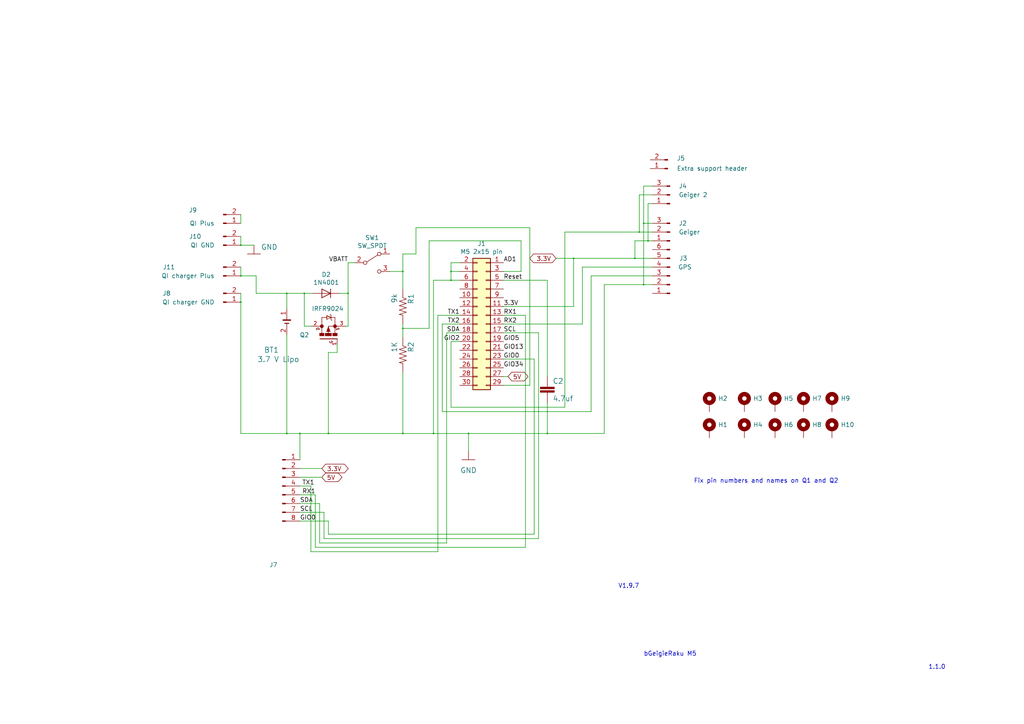
<source format=kicad_sch>
(kicad_sch (version 20210126) (generator eeschema)
  (paper "A4")
  (title_block (date "sam. 04 avril 2015"))
  (lib_symbols
    (symbol "Connector:Conn_01x02_Male" (pin_names hide)
      (property "Reference" "J" (at 0 2.54 0))
      (property "Value" "Conn_01x02_Male" (at 0 -5.08 0))
      (symbol "Conn_01x02_Male_1_1"
        (rectangle (start 0.8636 -2.413) (end 0 -2.667) (fill (type outline)))
        (rectangle (start 0.8636 0.127) (end 0 -0.127) (fill (type outline)))
        (polyline (pts (xy 1.27 -2.54) (xy 0.8636 -2.54)))
        (polyline (pts (xy 1.27 0) (xy 0.8636 0)))
        (pin passive line (at 5.08 0 180) (length 3.81) (name "Pin_1") (number "1"))
        (pin passive line (at 5.08 -2.54 180) (length 3.81) (name "Pin_2") (number "2"))
      )
    )
    (symbol "Connector:Conn_01x02_Male_1" (pin_names (offset 1.016) hide)
      (property "Reference" "J" (at 0 2.54 0))
      (property "Value" "Conn_01x02_Male" (at 0 -5.08 0))
      (symbol "Conn_01x02_Male_1_1_1"
        (rectangle (start 0.8636 -2.413) (end 0 -2.667) (stroke (width 0.1524)) (fill (type outline)))
        (rectangle (start 0.8636 0.127) (end 0 -0.127) (stroke (width 0.1524)) (fill (type outline)))
        (polyline (pts (xy 1.27 -2.54) (xy 0.8636 -2.54)) (stroke (width 0.1524)))
        (polyline (pts (xy 1.27 0) (xy 0.8636 0)) (stroke (width 0.1524)))
        (pin passive line (at 5.08 0 180) (length 3.81) (name "Pin_1") (number "1"))
        (pin passive line (at 5.08 -2.54 180) (length 3.81) (name "Pin_2") (number "2"))
      )
    )
    (symbol "Connector:Conn_01x03_Male" (pin_names hide)
      (property "Reference" "J" (at 0 5.08 0))
      (property "Value" "Conn_01x03_Male" (at 0 -5.08 0))
      (symbol "Conn_01x03_Male_1_1"
        (rectangle (start 0.8636 -2.413) (end 0 -2.667) (stroke (width 0.1524)) (fill (type outline)))
        (rectangle (start 0.8636 0.127) (end 0 -0.127) (stroke (width 0.1524)) (fill (type outline)))
        (rectangle (start 0.8636 2.667) (end 0 2.413) (stroke (width 0.1524)) (fill (type outline)))
        (polyline (pts (xy 1.27 -2.54) (xy 0.8636 -2.54)) (stroke (width 0.1524)))
        (polyline (pts (xy 1.27 0) (xy 0.8636 0)) (stroke (width 0.1524)))
        (polyline (pts (xy 1.27 2.54) (xy 0.8636 2.54)) (stroke (width 0.1524)))
        (pin passive line (at 5.08 2.54 180) (length 3.81) (name "Pin_1") (number "1"))
        (pin passive line (at 5.08 0 180) (length 3.81) (name "Pin_2") (number "2"))
        (pin passive line (at 5.08 -2.54 180) (length 3.81) (name "Pin_3") (number "3"))
      )
    )
    (symbol "Connector:Conn_01x06_Male" (pin_names (offset 1.016) hide)
      (property "Reference" "J" (at 0 7.62 0))
      (property "Value" "Conn_01x06_Male" (at 0 -10.16 0))
      (symbol "Conn_01x06_Male_1_1"
        (rectangle (start 0.8636 -7.493) (end 0 -7.747) (stroke (width 0.1524)) (fill (type outline)))
        (rectangle (start 0.8636 -4.953) (end 0 -5.207) (stroke (width 0.1524)) (fill (type outline)))
        (rectangle (start 0.8636 -2.413) (end 0 -2.667) (stroke (width 0.1524)) (fill (type outline)))
        (rectangle (start 0.8636 0.127) (end 0 -0.127) (stroke (width 0.1524)) (fill (type outline)))
        (rectangle (start 0.8636 2.667) (end 0 2.413) (stroke (width 0.1524)) (fill (type outline)))
        (rectangle (start 0.8636 5.207) (end 0 4.953) (stroke (width 0.1524)) (fill (type outline)))
        (polyline (pts (xy 1.27 -7.62) (xy 0.8636 -7.62)) (stroke (width 0.1524)))
        (polyline (pts (xy 1.27 -5.08) (xy 0.8636 -5.08)) (stroke (width 0.1524)))
        (polyline (pts (xy 1.27 -2.54) (xy 0.8636 -2.54)) (stroke (width 0.1524)))
        (polyline (pts (xy 1.27 0) (xy 0.8636 0)) (stroke (width 0.1524)))
        (polyline (pts (xy 1.27 2.54) (xy 0.8636 2.54)) (stroke (width 0.1524)))
        (polyline (pts (xy 1.27 5.08) (xy 0.8636 5.08)) (stroke (width 0.1524)))
        (pin passive line (at 5.08 5.08 180) (length 3.81) (name "Pin_1") (number "1"))
        (pin passive line (at 5.08 2.54 180) (length 3.81) (name "Pin_2") (number "2"))
        (pin passive line (at 5.08 0 180) (length 3.81) (name "Pin_3") (number "3"))
        (pin passive line (at 5.08 -2.54 180) (length 3.81) (name "Pin_4") (number "4"))
        (pin passive line (at 5.08 -5.08 180) (length 3.81) (name "Pin_5") (number "5"))
        (pin passive line (at 5.08 -7.62 180) (length 3.81) (name "Pin_6") (number "6"))
      )
    )
    (symbol "Connector:Conn_01x08_Male" (pin_names (offset 1.016) hide)
      (property "Reference" "J" (at 0 10.16 0))
      (property "Value" "Conn_01x08_Male" (at 0 -12.7 0))
      (symbol "Conn_01x08_Male_1_1"
        (rectangle (start 0.8636 -10.033) (end 0 -10.287) (stroke (width 0.1524)) (fill (type outline)))
        (rectangle (start 0.8636 -7.493) (end 0 -7.747) (stroke (width 0.1524)) (fill (type outline)))
        (rectangle (start 0.8636 -4.953) (end 0 -5.207) (stroke (width 0.1524)) (fill (type outline)))
        (rectangle (start 0.8636 -2.413) (end 0 -2.667) (stroke (width 0.1524)) (fill (type outline)))
        (rectangle (start 0.8636 0.127) (end 0 -0.127) (stroke (width 0.1524)) (fill (type outline)))
        (rectangle (start 0.8636 2.667) (end 0 2.413) (stroke (width 0.1524)) (fill (type outline)))
        (rectangle (start 0.8636 5.207) (end 0 4.953) (stroke (width 0.1524)) (fill (type outline)))
        (rectangle (start 0.8636 7.747) (end 0 7.493) (stroke (width 0.1524)) (fill (type outline)))
        (polyline (pts (xy 1.27 -10.16) (xy 0.8636 -10.16)) (stroke (width 0.1524)))
        (polyline (pts (xy 1.27 -7.62) (xy 0.8636 -7.62)) (stroke (width 0.1524)))
        (polyline (pts (xy 1.27 -5.08) (xy 0.8636 -5.08)) (stroke (width 0.1524)))
        (polyline (pts (xy 1.27 -2.54) (xy 0.8636 -2.54)) (stroke (width 0.1524)))
        (polyline (pts (xy 1.27 0) (xy 0.8636 0)) (stroke (width 0.1524)))
        (polyline (pts (xy 1.27 2.54) (xy 0.8636 2.54)) (stroke (width 0.1524)))
        (polyline (pts (xy 1.27 5.08) (xy 0.8636 5.08)) (stroke (width 0.1524)))
        (polyline (pts (xy 1.27 7.62) (xy 0.8636 7.62)) (stroke (width 0.1524)))
        (pin passive line (at 5.08 7.62 180) (length 3.81) (name "Pin_1") (number "1"))
        (pin passive line (at 5.08 5.08 180) (length 3.81) (name "Pin_2") (number "2"))
        (pin passive line (at 5.08 2.54 180) (length 3.81) (name "Pin_3") (number "3"))
        (pin passive line (at 5.08 0 180) (length 3.81) (name "Pin_4") (number "4"))
        (pin passive line (at 5.08 -2.54 180) (length 3.81) (name "Pin_5") (number "5"))
        (pin passive line (at 5.08 -5.08 180) (length 3.81) (name "Pin_6") (number "6"))
        (pin passive line (at 5.08 -7.62 180) (length 3.81) (name "Pin_7") (number "7"))
        (pin passive line (at 5.08 -10.16 180) (length 3.81) (name "Pin_8") (number "8"))
      )
    )
    (symbol "Connector_Generic:Conn_02x15_Odd_Even" (pin_names hide)
      (property "Reference" "J" (at 1.27 20.32 0))
      (property "Value" "Conn_02x15_Odd_Even" (at 1.27 -20.32 0))
      (symbol "Conn_02x15_Odd_Even_1_1"
        (rectangle (start -1.27 -17.653) (end 0 -17.907))
        (rectangle (start -1.27 -15.113) (end 0 -15.367))
        (rectangle (start -1.27 -12.573) (end 0 -12.827))
        (rectangle (start -1.27 -10.033) (end 0 -10.287))
        (rectangle (start -1.27 -7.493) (end 0 -7.747))
        (rectangle (start -1.27 -4.953) (end 0 -5.207))
        (rectangle (start -1.27 -2.413) (end 0 -2.667))
        (rectangle (start -1.27 0.127) (end 0 -0.127))
        (rectangle (start -1.27 2.667) (end 0 2.413))
        (rectangle (start -1.27 5.207) (end 0 4.953))
        (rectangle (start -1.27 7.747) (end 0 7.493))
        (rectangle (start -1.27 10.287) (end 0 10.033))
        (rectangle (start -1.27 12.827) (end 0 12.573))
        (rectangle (start -1.27 15.367) (end 0 15.113))
        (rectangle (start -1.27 17.907) (end 0 17.653))
        (rectangle (start 3.81 -17.653) (end 2.54 -17.907))
        (rectangle (start 3.81 -15.113) (end 2.54 -15.367))
        (rectangle (start 3.81 -12.573) (end 2.54 -12.827))
        (rectangle (start 3.81 -10.033) (end 2.54 -10.287))
        (rectangle (start 3.81 -7.493) (end 2.54 -7.747))
        (rectangle (start 3.81 -4.953) (end 2.54 -5.207))
        (rectangle (start 3.81 -2.413) (end 2.54 -2.667))
        (rectangle (start 3.81 0.127) (end 2.54 -0.127))
        (rectangle (start 3.81 2.667) (end 2.54 2.413))
        (rectangle (start 3.81 5.207) (end 2.54 4.953))
        (rectangle (start 3.81 7.747) (end 2.54 7.493))
        (rectangle (start 3.81 10.287) (end 2.54 10.033))
        (rectangle (start 3.81 12.827) (end 2.54 12.573))
        (rectangle (start 3.81 15.367) (end 2.54 15.113))
        (rectangle (start 3.81 17.907) (end 2.54 17.653))
        (rectangle (start -1.27 19.05) (end 3.81 -19.05) (stroke (width 0.254)) (fill (type background)))
        (pin passive line (at -5.08 17.78 0) (length 3.81) (name "Pin_1") (number "1"))
        (pin passive line (at 7.62 7.62 180) (length 3.81) (name "Pin_10") (number "10"))
        (pin passive line (at -5.08 5.08 0) (length 3.81) (name "Pin_11") (number "11"))
        (pin passive line (at 7.62 5.08 180) (length 3.81) (name "Pin_12") (number "12"))
        (pin passive line (at -5.08 2.54 0) (length 3.81) (name "Pin_13") (number "13"))
        (pin passive line (at 7.62 2.54 180) (length 3.81) (name "Pin_14") (number "14"))
        (pin passive line (at -5.08 0 0) (length 3.81) (name "Pin_15") (number "15"))
        (pin passive line (at 7.62 0 180) (length 3.81) (name "Pin_16") (number "16"))
        (pin passive line (at -5.08 -2.54 0) (length 3.81) (name "Pin_17") (number "17"))
        (pin passive line (at 7.62 -2.54 180) (length 3.81) (name "Pin_18") (number "18"))
        (pin passive line (at -5.08 -5.08 0) (length 3.81) (name "Pin_19") (number "19"))
        (pin passive line (at 7.62 17.78 180) (length 3.81) (name "Pin_2") (number "2"))
        (pin passive line (at 7.62 -5.08 180) (length 3.81) (name "Pin_20") (number "20"))
        (pin passive line (at -5.08 -7.62 0) (length 3.81) (name "Pin_21") (number "21"))
        (pin passive line (at 7.62 -7.62 180) (length 3.81) (name "Pin_22") (number "22"))
        (pin passive line (at -5.08 -10.16 0) (length 3.81) (name "Pin_23") (number "23"))
        (pin passive line (at 7.62 -10.16 180) (length 3.81) (name "Pin_24") (number "24"))
        (pin passive line (at -5.08 -12.7 0) (length 3.81) (name "Pin_25") (number "25"))
        (pin passive line (at 7.62 -12.7 180) (length 3.81) (name "Pin_26") (number "26"))
        (pin passive line (at -5.08 -15.24 0) (length 3.81) (name "Pin_27") (number "27"))
        (pin passive line (at 7.62 -15.24 180) (length 3.81) (name "Pin_28") (number "28"))
        (pin passive line (at -5.08 -17.78 0) (length 3.81) (name "Pin_29") (number "29"))
        (pin passive line (at -5.08 15.24 0) (length 3.81) (name "Pin_3") (number "3"))
        (pin passive line (at 7.62 -17.78 180) (length 3.81) (name "Pin_30") (number "30"))
        (pin passive line (at 7.62 15.24 180) (length 3.81) (name "Pin_4") (number "4"))
        (pin passive line (at -5.08 12.7 0) (length 3.81) (name "Pin_5") (number "5"))
        (pin passive line (at 7.62 12.7 180) (length 3.81) (name "Pin_6") (number "6"))
        (pin passive line (at -5.08 10.16 0) (length 3.81) (name "Pin_7") (number "7"))
        (pin passive line (at 7.62 10.16 180) (length 3.81) (name "Pin_8") (number "8"))
        (pin passive line (at -5.08 7.62 0) (length 3.81) (name "Pin_9") (number "9"))
      )
    )
    (symbol "Diode:1N4001" (pin_numbers hide) (pin_names (offset 1.016) hide)
      (property "Reference" "D" (at 0 2.54 0))
      (property "Value" "1N4001" (at 0 -2.54 0))
      (symbol "1N4001_0_1"
        (polyline (pts (xy -1.27 1.27) (xy -1.27 -1.27)) (stroke (width 0.2032)))
        (polyline (pts (xy 1.27 0) (xy -1.27 0)))
        (polyline (pts (xy 1.27 1.27) (xy 1.27 -1.27) (xy -1.27 0) (xy 1.27 1.27)) (stroke (width 0.2032)))
      )
      (symbol "1N4001_1_1"
        (pin passive line (at -3.81 0 0) (length 2.54) (name "K") (number "1"))
        (pin passive line (at 3.81 0 180) (length 2.54) (name "A") (number "2"))
      )
    )
    (symbol "IRFR9024:IRFR9024" (pin_names (offset 1.016))
      (property "Reference" "Q2" (at 0 6.9534 90))
      (property "Value" "IRFR9024" (at 10.795 -0.4253 90))
      (symbol "IRFR9024_0_0"
        (circle (center 2.54 -1.905) (radius 0.127) (stroke (width 0.4064)))
        (circle (center 2.54 1.905) (radius 0.127) (stroke (width 0.4064)))
        (text "D" (at 1.27 2.54 0) (effects (font (size 0.8128 0.8128)) (justify left bottom)))
        (text "G" (at -2.54 -1.27 0) (effects (font (size 0.8128 0.8128)) (justify left bottom)))
        (text "S" (at 1.27 -3.175 0) (effects (font (size 0.8128 0.8128)) (justify left bottom)))
        (rectangle (start -0.254 -2.54) (end 0.508 -1.27) (fill (type outline)))
        (rectangle (start -0.254 -0.889) (end 0.508 0.889) (fill (type outline)))
        (rectangle (start -0.254 1.27) (end 0.508 2.54) (fill (type outline)))
        (polyline (pts (xy -1.1176 -2.54) (xy -2.54 -2.54)) (stroke (width 0.1524)))
        (polyline (pts (xy -1.1176 2.413) (xy -1.1176 -2.54)) (stroke (width 0.254)))
        (polyline (pts (xy 0.508 -1.905) (xy 2.54 -1.905)) (stroke (width 0.1524)))
        (polyline (pts (xy 1.016 -0.508) (xy 2.286 0)) (stroke (width 0.1524)))
        (polyline (pts (xy 1.016 0.508) (xy 1.016 -0.508)) (stroke (width 0.1524)))
        (polyline (pts (xy 1.143 -0.254) (xy 2.032 0)) (stroke (width 0.3048)))
        (polyline (pts (xy 1.143 0) (xy 0.254 0)) (stroke (width 0.1524)))
        (polyline (pts (xy 1.143 0) (xy 1.397 0)) (stroke (width 0.3048)))
        (polyline (pts (xy 1.143 0.254) (xy 1.143 0)) (stroke (width 0.3048)))
        (polyline (pts (xy 2.032 0) (xy 1.143 0.254)) (stroke (width 0.3048)))
        (polyline (pts (xy 2.2352 0) (xy 2.54 0)) (stroke (width 0.1524)))
        (polyline (pts (xy 2.286 0) (xy 1.016 0.508)) (stroke (width 0.1524)))
        (polyline (pts (xy 2.54 -1.905) (xy 2.54 -2.54)) (stroke (width 0.1524)))
        (polyline (pts (xy 2.54 0) (xy 2.54 -1.905)) (stroke (width 0.1524)))
        (polyline (pts (xy 2.54 1.905) (xy 0.5334 1.905)) (stroke (width 0.1524)))
        (polyline (pts (xy 2.54 1.905) (xy 5.08 1.905)) (stroke (width 0.1524)))
        (polyline (pts (xy 2.54 2.54) (xy 2.54 1.905)) (stroke (width 0.1524)))
        (polyline (pts (xy 4.445 -0.762) (xy 4.191 -1.016)) (stroke (width 0.1524)))
        (polyline (pts (xy 4.5212 0.4826) (xy 5.08 -0.762)) (stroke (width 0.1524)))
        (polyline (pts (xy 5.08 -1.905) (xy 2.54 -1.905)) (stroke (width 0.1524)))
        (polyline (pts (xy 5.08 -1.905) (xy 5.08 -0.762)) (stroke (width 0.1524)))
        (polyline (pts (xy 5.08 -0.762) (xy 4.445 -0.762)) (stroke (width 0.1524)))
        (polyline (pts (xy 5.08 -0.762) (xy 5.6388 0.4826)) (stroke (width 0.1524)))
        (polyline (pts (xy 5.08 0.4826) (xy 4.5212 0.4826)) (stroke (width 0.1524)))
        (polyline (pts (xy 5.08 0.4826) (xy 5.08 1.905)) (stroke (width 0.1524)))
        (polyline (pts (xy 5.6388 0.4826) (xy 5.08 0.4826)) (stroke (width 0.1524)))
        (polyline (pts (xy 5.715 -0.762) (xy 5.08 -0.762)) (stroke (width 0.1524)))
        (polyline (pts (xy 5.715 -0.762) (xy 5.969 -0.508)) (stroke (width 0.1524)))
        (polyline (pts (xy 5.08 -0.635) (xy 5.5626 0.4064) (xy 4.5974 0.4064)) (stroke (width 0.1524)) (fill (type background)))
        (pin passive line (at -2.54 -2.54 0) (length 0) (name "~") (number "1"))
        (pin passive line (at 2.54 5.08 270) (length 2.54) (name "~") (number "2"))
        (pin passive line (at 2.54 -5.08 90) (length 2.54) (name "~") (number "3"))
      )
    )
    (symbol "Mechanical:MountingHole_Pad" (pin_numbers hide) (pin_names hide)
      (property "Reference" "H" (at 0 6.35 0))
      (property "Value" "MountingHole_Pad" (at 0 4.445 0))
      (symbol "MountingHole_Pad_0_1"
        (circle (center 0 1.27) (radius 1.27) (stroke (width 1.27)))
      )
      (symbol "MountingHole_Pad_1_1"
        (pin input line (at 0 -2.54 90) (length 2.54) (name "1") (number "1"))
      )
    )
    (symbol "Switch:SW_SPDT" (pin_names (offset 0) hide)
      (property "Reference" "SW" (at 0 4.318 0))
      (property "Value" "SW_SPDT" (at 0 -5.08 0))
      (symbol "SW_SPDT_0_0"
        (circle (center -2.032 0) (radius 0.508))
        (circle (center 2.032 -2.54) (radius 0.508))
      )
      (symbol "SW_SPDT_0_1"
        (circle (center 2.032 2.54) (radius 0.508))
        (polyline (pts (xy -1.524 0.254) (xy 1.651 2.286)))
      )
      (symbol "SW_SPDT_1_1"
        (pin passive line (at 5.08 2.54 180) (length 2.54) (name "A") (number "1"))
        (pin passive line (at -5.08 0 0) (length 2.54) (name "B") (number "2"))
        (pin passive line (at 5.08 -2.54 180) (length 2.54) (name "C") (number "3"))
      )
    )
    (symbol "bGeigieRaku-V2-rescue:BATTERY-akizuki-M5_board-rescue" (pin_names hide)
      (property "Reference" "BT" (at 0 -7.62 0))
      (property "Value" "BATTERY-akizuki-M5_board-rescue" (at 0 6.35 0))
      (symbol "BATTERY-akizuki-M5_board-rescue_0_1"
        (rectangle (start -0.635 -0.381) (end 0.635 -0.508))
        (rectangle (start -1.143 0.635) (end 1.143 0.381) (fill (type outline)))
        (polyline (pts (xy 0 -0.508) (xy 0 -1.27)))
        (polyline (pts (xy 0 1.27) (xy 0 0.635)))
      )
      (symbol "BATTERY-akizuki-M5_board-rescue_1_1"
        (pin input line (at 0 3.81 270) (length 2.54) (name "+") (number "1"))
        (pin input line (at 0 -3.81 90) (length 2.54) (name "-") (number "2"))
      )
    )
    (symbol "bGeigieRaku-V2-rescue:GND-bGeigieNano_V1.1.5" (power)
      (property "Value" "GND-bGeigieNano_V1.1.5" (at 0 -0.254 0))
      (symbol "GND-bGeigieNano_V1.1.5_1_0"
        (polyline (pts (xy -1.905 0) (xy 1.905 0)))
        (pin power_in line (at 0 2.54 270) (length 2.54) (name "GND") (number "1"))
      )
    )
    (symbol "bGeigieRaku-V2-rescue:bGeigieNano_V1.1.5-eagle-import_C-EU025-024X044-bGeigieNano_V1.1.5-cache"
      (property "Reference" "C" (at 1.524 0.381 0))
      (property "Value" "bGeigieNano_V1.1.5-eagle-import_C-EU025-024X044-bGeigieNano_V1.1.5-cache" (at 1.524 -4.699 0))
      (symbol "bGeigieNano_V1.1.5-eagle-import_C-EU025-024X044-bGeigieNano_V1.1.5-cache_1_0"
        (rectangle (start -2.032 -2.032) (end 2.032 -1.524) (fill (type outline)))
        (rectangle (start -2.032 -1.016) (end 2.032 -0.508) (fill (type outline)))
        (polyline (pts (xy 0 -2.54) (xy 0 -2.032)))
        (polyline (pts (xy 0 0) (xy 0 -0.508)))
        (pin passive line (at 0 2.54 270) (length 2.54) (name "1") (number "1"))
        (pin passive line (at 0 -5.08 90) (length 2.54) (name "2") (number "2"))
      )
    )
    (symbol "bGeigieRaku-V2-rescue:bGeigieNano_V1.1.5-eagle-import_R-US_0207_10-bGeigieNano_V1.1.5-cache"
      (property "Reference" "R" (at -3.81 1.4986 0))
      (property "Value" "bGeigieNano_V1.1.5-eagle-import_R-US_0207_10-bGeigieNano_V1.1.5-cache" (at -3.81 -3.302 0))
      (symbol "bGeigieNano_V1.1.5-eagle-import_R-US_0207_10-bGeigieNano_V1.1.5-cache_1_0"
        (polyline (pts (xy -2.54 0) (xy -2.159 1.016)))
        (polyline (pts (xy -2.159 1.016) (xy -1.524 -1.016)))
        (polyline (pts (xy -1.524 -1.016) (xy -0.889 1.016)))
        (polyline (pts (xy -0.889 1.016) (xy -0.254 -1.016)))
        (polyline (pts (xy -0.254 -1.016) (xy 0.381 1.016)))
        (polyline (pts (xy 0.381 1.016) (xy 1.016 -1.016)))
        (polyline (pts (xy 1.016 -1.016) (xy 1.651 1.016)))
        (polyline (pts (xy 1.651 1.016) (xy 2.286 -1.016)))
        (polyline (pts (xy 2.286 -1.016) (xy 2.54 0)))
        (pin passive line (at -5.08 0 0) (length 2.54) (name "1") (number "1"))
        (pin passive line (at 5.08 0 180) (length 2.54) (name "2") (number "2"))
      )
    )
  )
  (junction (at 69.85 71.12) (diameter 0.3048))
  (junction (at 69.85 80.01) (diameter 0.3048))
  (junction (at 69.85 87.63) (diameter 0.3048))
  (junction (at 83.185 85.09) (diameter 0.3048))
  (junction (at 83.185 125.73) (diameter 0.3048))
  (junction (at 86.995 125.73) (diameter 0.3048))
  (junction (at 88.265 85.09) (diameter 0.3048))
  (junction (at 95.25 125.73) (diameter 0.3048))
  (junction (at 100.965 85.09) (diameter 0.3048))
  (junction (at 116.84 78.74) (diameter 0.3048))
  (junction (at 116.84 95.25) (diameter 0.3048))
  (junction (at 116.84 125.73) (diameter 0.3048))
  (junction (at 125.73 125.73) (diameter 0.3048))
  (junction (at 130.81 78.74) (diameter 0.3048))
  (junction (at 130.81 81.28) (diameter 0.3048))
  (junction (at 135.89 125.73) (diameter 0.3048))
  (junction (at 158.75 125.73) (diameter 0.3048))
  (junction (at 166.37 74.93) (diameter 0.3048))
  (junction (at 184.15 74.93) (diameter 0.3048))
  (junction (at 185.42 67.31) (diameter 0.3048))
  (junction (at 186.69 64.77) (diameter 0.3048))
  (junction (at 186.69 82.55) (diameter 0.3048))
  (junction (at 187.96 69.85) (diameter 0.3048))
  (wire (pts (xy 69.85 62.23) (xy 69.85 64.77)))
  (wire (pts (xy 69.85 68.58) (xy 69.85 71.12)))
  (wire (pts (xy 69.85 71.12) (xy 73.66 71.12)))
  (wire (pts (xy 69.85 77.47) (xy 69.85 80.01)))
  (wire (pts (xy 69.85 80.01) (xy 74.295 80.01)))
  (wire (pts (xy 69.85 85.09) (xy 69.85 87.63)))
  (wire (pts (xy 69.85 87.63) (xy 69.85 125.73)))
  (wire (pts (xy 69.85 125.73) (xy 83.185 125.73)))
  (wire (pts (xy 74.295 80.01) (xy 74.295 85.09)))
  (wire (pts (xy 74.295 85.09) (xy 83.185 85.09)))
  (wire (pts (xy 83.185 85.09) (xy 88.265 85.09)))
  (wire (pts (xy 83.185 89.535) (xy 83.185 85.09)))
  (wire (pts (xy 83.185 125.73) (xy 83.185 97.155)))
  (wire (pts (xy 86.995 125.73) (xy 83.185 125.73)))
  (wire (pts (xy 86.995 133.35) (xy 86.995 125.73)))
  (wire (pts (xy 86.995 135.89) (xy 93.345 135.89)))
  (wire (pts (xy 86.995 138.43) (xy 93.345 138.43)))
  (wire (pts (xy 88.265 85.09) (xy 88.265 94.615)))
  (wire (pts (xy 88.265 85.09) (xy 90.805 85.09)))
  (wire (pts (xy 90.17 94.615) (xy 88.265 94.615)))
  (wire (pts (xy 90.17 140.97) (xy 86.995 140.97)))
  (wire (pts (xy 90.17 160.02) (xy 90.17 140.97)))
  (wire (pts (xy 90.17 160.02) (xy 127 160.02)))
  (wire (pts (xy 91.44 143.51) (xy 86.995 143.51)))
  (wire (pts (xy 91.44 158.75) (xy 91.44 143.51)))
  (wire (pts (xy 92.71 146.05) (xy 86.995 146.05)))
  (wire (pts (xy 92.71 157.48) (xy 92.71 146.05)))
  (wire (pts (xy 93.98 148.59) (xy 86.995 148.59)))
  (wire (pts (xy 93.98 156.21) (xy 93.98 148.59)))
  (wire (pts (xy 95.25 102.235) (xy 95.25 125.73)))
  (wire (pts (xy 95.25 102.235) (xy 97.79 102.235)))
  (wire (pts (xy 95.25 125.73) (xy 86.995 125.73)))
  (wire (pts (xy 95.25 125.73) (xy 116.84 125.73)))
  (wire (pts (xy 95.25 151.13) (xy 86.995 151.13)))
  (wire (pts (xy 95.25 154.94) (xy 95.25 151.13)))
  (wire (pts (xy 97.79 102.235) (xy 97.79 99.695)))
  (wire (pts (xy 98.425 85.09) (xy 100.965 85.09)))
  (wire (pts (xy 100.33 94.615) (xy 100.965 94.615)))
  (wire (pts (xy 100.965 76.2) (xy 100.965 85.09)))
  (wire (pts (xy 100.965 76.2) (xy 102.87 76.2)))
  (wire (pts (xy 100.965 85.09) (xy 100.965 94.615)))
  (wire (pts (xy 113.03 78.74) (xy 116.84 78.74)))
  (wire (pts (xy 116.84 73.66) (xy 116.84 78.74)))
  (wire (pts (xy 116.84 73.66) (xy 120.65 73.66)))
  (wire (pts (xy 116.84 78.74) (xy 116.84 83.82)))
  (wire (pts (xy 116.84 93.98) (xy 116.84 95.25)))
  (wire (pts (xy 116.84 95.25) (xy 116.84 97.79)))
  (wire (pts (xy 116.84 95.25) (xy 124.46 95.25)))
  (wire (pts (xy 116.84 107.95) (xy 116.84 125.73)))
  (wire (pts (xy 116.84 125.73) (xy 125.73 125.73)))
  (wire (pts (xy 120.65 66.04) (xy 153.67 66.04)))
  (wire (pts (xy 120.65 73.66) (xy 120.65 66.04)))
  (wire (pts (xy 124.46 69.85) (xy 124.46 95.25)))
  (wire (pts (xy 124.46 69.85) (xy 151.13 69.85)))
  (wire (pts (xy 125.73 81.28) (xy 130.81 81.28)))
  (wire (pts (xy 125.73 125.73) (xy 125.73 81.28)))
  (wire (pts (xy 125.73 125.73) (xy 135.89 125.73)))
  (wire (pts (xy 127 91.44) (xy 127 160.02)))
  (wire (pts (xy 127 91.44) (xy 133.35 91.44)))
  (wire (pts (xy 128.27 93.98) (xy 133.35 93.98)))
  (wire (pts (xy 128.27 119.38) (xy 128.27 93.98)))
  (wire (pts (xy 129.54 96.52) (xy 129.54 157.48)))
  (wire (pts (xy 129.54 157.48) (xy 92.71 157.48)))
  (wire (pts (xy 130.81 76.2) (xy 133.35 76.2)))
  (wire (pts (xy 130.81 78.74) (xy 130.81 76.2)))
  (wire (pts (xy 130.81 78.74) (xy 133.35 78.74)))
  (wire (pts (xy 130.81 81.28) (xy 130.81 78.74)))
  (wire (pts (xy 130.81 81.28) (xy 133.35 81.28)))
  (wire (pts (xy 130.81 99.06) (xy 133.35 99.06)))
  (wire (pts (xy 130.81 118.11) (xy 130.81 99.06)))
  (wire (pts (xy 130.81 118.11) (xy 163.83 118.11)))
  (wire (pts (xy 133.35 96.52) (xy 129.54 96.52)))
  (wire (pts (xy 135.89 125.73) (xy 135.89 130.81)))
  (wire (pts (xy 146.05 78.74) (xy 151.13 78.74)))
  (wire (pts (xy 146.05 81.28) (xy 158.75 81.28)))
  (wire (pts (xy 146.05 88.9) (xy 166.37 88.9)))
  (wire (pts (xy 146.05 91.44) (xy 152.4 91.44)))
  (wire (pts (xy 146.05 96.52) (xy 156.21 96.52)))
  (wire (pts (xy 146.05 104.14) (xy 154.94 104.14)))
  (wire (pts (xy 146.05 109.22) (xy 147.32 109.22)))
  (wire (pts (xy 151.13 69.85) (xy 151.13 78.74)))
  (wire (pts (xy 152.4 91.44) (xy 152.4 158.75)))
  (wire (pts (xy 152.4 158.75) (xy 91.44 158.75)))
  (wire (pts (xy 153.67 66.04) (xy 153.67 111.76)))
  (wire (pts (xy 153.67 111.76) (xy 146.05 111.76)))
  (wire (pts (xy 154.94 104.14) (xy 154.94 154.94)))
  (wire (pts (xy 154.94 154.94) (xy 95.25 154.94)))
  (wire (pts (xy 156.21 96.52) (xy 156.21 156.21)))
  (wire (pts (xy 156.21 156.21) (xy 93.98 156.21)))
  (wire (pts (xy 158.75 81.28) (xy 158.75 109.22)))
  (wire (pts (xy 158.75 116.84) (xy 158.75 125.73)))
  (wire (pts (xy 158.75 125.73) (xy 135.89 125.73)))
  (wire (pts (xy 161.29 74.93) (xy 166.37 74.93)))
  (wire (pts (xy 163.83 67.31) (xy 163.83 118.11)))
  (wire (pts (xy 163.83 67.31) (xy 185.42 67.31)))
  (wire (pts (xy 166.37 74.93) (xy 184.15 74.93)))
  (wire (pts (xy 166.37 88.9) (xy 166.37 74.93)))
  (wire (pts (xy 168.91 77.47) (xy 168.91 93.98)))
  (wire (pts (xy 168.91 93.98) (xy 146.05 93.98)))
  (wire (pts (xy 171.45 80.01) (xy 171.45 119.38)))
  (wire (pts (xy 171.45 119.38) (xy 128.27 119.38)))
  (wire (pts (xy 175.26 82.55) (xy 175.26 125.73)))
  (wire (pts (xy 175.26 125.73) (xy 158.75 125.73)))
  (wire (pts (xy 184.15 69.85) (xy 187.96 69.85)))
  (wire (pts (xy 184.15 74.93) (xy 184.15 69.85)))
  (wire (pts (xy 184.15 74.93) (xy 189.23 74.93)))
  (wire (pts (xy 185.42 56.515) (xy 185.42 67.31)))
  (wire (pts (xy 186.69 53.975) (xy 189.23 53.975)))
  (wire (pts (xy 186.69 64.77) (xy 186.69 53.975)))
  (wire (pts (xy 186.69 64.77) (xy 189.23 64.77)))
  (wire (pts (xy 186.69 82.55) (xy 175.26 82.55)))
  (wire (pts (xy 186.69 82.55) (xy 186.69 64.77)))
  (wire (pts (xy 187.96 59.055) (xy 189.23 59.055)))
  (wire (pts (xy 187.96 69.85) (xy 187.96 59.055)))
  (wire (pts (xy 187.96 69.85) (xy 189.23 69.85)))
  (wire (pts (xy 189.23 56.515) (xy 185.42 56.515)))
  (wire (pts (xy 189.23 67.31) (xy 185.42 67.31)))
  (wire (pts (xy 189.23 77.47) (xy 168.91 77.47)))
  (wire (pts (xy 189.23 80.01) (xy 171.45 80.01)))
  (wire (pts (xy 189.23 82.55) (xy 186.69 82.55)))
  (text "\n" (at 179.07 175.26 0) (effects (font (size 1.27 1.27)) (justify left bottom)))
  (text "V1.9.7" (at 185.42 170.815 180) (effects (font (size 1.27 1.27)) (justify right bottom)))
  (text "bGeigieRaku M5" (at 186.69 190.5 0) (effects (font (size 1.27 1.27)) (justify left bottom)))
  (text "Fix pin numbers and names on Q1 and Q2" (at 243.205 140.335 180) (effects (font (size 1.27 1.27)) (justify right bottom)))
  (text "1.1.0" (at 269.24 194.31 0) (effects (font (size 1.27 1.27)) (justify left bottom)))
  (label "SDA" (at 86.995 146.05 0))
  (label "SCL" (at 86.995 148.59 0))
  (label "GIO0" (at 86.995 151.13 0))
  (label "TX1" (at 87.63 140.97 0))
  (label "RX1" (at 87.63 143.51 0))
  (label "VBATT" (at 100.965 76.2 180))
  (label "TX1" (at 133.35 91.44 180))
  (label "TX2" (at 133.35 93.98 180))
  (label "SDA" (at 133.35 96.52 180))
  (label "GIO2" (at 133.35 99.06 180))
  (label "AD1" (at 146.05 76.2 0))
  (label "Reset" (at 146.05 81.28 0))
  (label "3.3V" (at 146.05 88.9 0))
  (label "RX1" (at 146.05 91.44 0))
  (label "RX2" (at 146.05 93.98 0))
  (label "SCL" (at 146.05 96.52 0))
  (label "GIO5" (at 146.05 99.06 0))
  (label "GIO13" (at 146.05 101.6 0))
  (label "GIO0" (at 146.05 104.14 0))
  (label "GIO34" (at 146.05 106.68 0))
  (global_label "3.3V" (shape bidirectional) (at 93.345 135.89 0) (property "Intersheet References" "${INTERSHEET_REFS}" (effects hide)))
  (global_label "5V" (shape bidirectional) (at 93.345 138.43 0) (property "Intersheet References" "${INTERSHEET_REFS}" (effects hide)))
  (global_label "5V" (shape bidirectional) (at 147.32 109.22 0) (property "Intersheet References" "${INTERSHEET_REFS}" (effects hide)))
  (global_label "3.3V" (shape bidirectional) (at 161.29 74.93 180) (property "Intersheet References" "${INTERSHEET_REFS}" (effects hide)))
  (symbol (lib_id "bGeigieRaku-V2-rescue:GND-bGeigieNano_V1.1.5") (at 73.66 73.66 0) (unit 1)
    (property "Reference" "#GND0101" (effects hide))
    (property "Value" "GND" (at 78.105 71.6534 0) (effects (font (size 1.4986 1.4986))))
  )
  (symbol (lib_id "bGeigieRaku-V2-rescue:GND-bGeigieNano_V1.1.5") (at 135.89 133.35 0) (unit 1)
    (property "Reference" "#GND01" (effects hide))
    (property "Value" "GND" (at 135.89 136.4234 0) (effects (font (size 1.4986 1.4986))))
  )
  (symbol (lib_id "Connector:Conn_01x02_Male") (at 64.77 64.77 0) (mirror x) (unit 1)
    (property "Reference" "J9" (at 57.15 60.96 0) (effects (justify right)))
    (property "Value" "QI Plus" (at 62.23 64.77 0) (effects (justify right)))
    (property "Footprint" "Connector_PinHeader_2.54mm:PinHeader_1x02_P2.54mm_Vertical" (effects hide))
  )
  (symbol (lib_id "Connector:Conn_01x02_Male") (at 64.77 71.12 0) (mirror x) (unit 1)
    (property "Reference" "J10" (at 58.42 68.58 0) (effects (justify right)))
    (property "Value" "QI GND" (at 62.23 71.12 0) (effects (justify right)))
    (property "Footprint" "Connector_PinHeader_2.54mm:PinHeader_1x02_P2.54mm_Vertical" (effects hide))
  )
  (symbol (lib_id "Connector:Conn_01x02_Male") (at 64.77 80.01 0) (mirror x) (unit 1)
    (property "Reference" "J11" (at 50.8 77.47 0) (effects (justify right)))
    (property "Value" "QI charger Plus" (at 62.23 80.01 0) (effects (justify right)))
    (property "Footprint" "Connector_PinHeader_2.54mm:PinHeader_1x02_P2.54mm_Vertical" (effects hide))
  )
  (symbol (lib_id "Connector:Conn_01x02_Male") (at 64.77 87.63 0) (mirror x) (unit 1)
    (property "Reference" "J8" (at 49.53 85.09 0) (effects (justify right)))
    (property "Value" "QI charger GND" (at 62.23 87.63 0) (effects (justify right)))
    (property "Footprint" "Connector_PinHeader_2.54mm:PinHeader_1x02_P2.54mm_Vertical" (effects hide))
  )
  (symbol (lib_name "Connector:Conn_01x02_Male_1") (lib_id "Connector:Conn_01x02_Male") (at 193.675 48.895 180) (unit 1)
    (property "Reference" "J5" (at 196.2913 45.9168 0) (effects (justify right)))
    (property "Value" "Extra support header" (at 196.2913 48.8505 0) (effects (justify right)))
    (property "Footprint" "Connector_PinHeader_2.54mm:PinHeader_1x02_P2.54mm_Vertical" (effects hide))
  )
  (symbol (lib_id "bGeigieRaku-V2-rescue:BATTERY-akizuki-M5_board-rescue") (at 83.185 93.345 0) (unit 1)
    (property "Reference" "BT1" (at 76.5302 101.4984 0) (effects (font (size 1.524 1.524)) (justify left)))
    (property "Value" " 3.7 V Lipo" (at 74.6252 104.2162 0) (effects (font (size 1.524 1.524)) (justify left)))
    (property "Footprint" "Battery_Holders:BATTERY_18650-HOLDER" (effects hide))
  )
  (symbol (lib_id "bGeigieRaku-V2-rescue:bGeigieNano_V1.1.5-eagle-import_R-US_0207_10-bGeigieNano_V1.1.5-cache") (at 116.84 88.9 270) (unit 1)
    (property "Reference" "R1" (at 118.3386 85.09 0) (effects (font (size 1.4986 1.4986)) (justify left bottom)))
    (property "Value" "9k" (at 113.538 85.09 0) (effects (font (size 1.4986 1.4986)) (justify left bottom)))
    (property "Footprint" "bGeigieNano V1.1.5:0207_10" (effects hide))
  )
  (symbol (lib_id "bGeigieRaku-V2-rescue:bGeigieNano_V1.1.5-eagle-import_R-US_0207_10-bGeigieNano_V1.1.5-cache") (at 116.84 102.87 270) (unit 1)
    (property "Reference" "R2" (at 118.3386 99.06 0) (effects (font (size 1.4986 1.4986)) (justify left bottom)))
    (property "Value" "1K" (at 113.538 99.06 0) (effects (font (size 1.4986 1.4986)) (justify left bottom)))
    (property "Footprint" "bGeigieNano V1.1.5:0207_10" (effects hide))
  )
  (symbol (lib_id "Diode:1N4001") (at 94.615 85.09 180) (unit 1)
    (property "Reference" "D2" (at 94.615 79.6352 0))
    (property "Value" "1N4001" (at 94.615 81.9339 0))
    (property "Footprint" "Diode_THT:D_DO-41_SOD81_P10.16mm_Horizontal" (effects hide))
    (property "Datasheet" "http://www.vishay.com/docs/88503/1n4001.pdf" (effects hide))
  )
  (symbol (lib_id "Mechanical:MountingHole_Pad") (at 205.74 116.84 0) (unit 1)
    (property "Reference" "H2" (at 208.28 115.57 0) (effects (justify left)))
    (property "Value" "MountingHole_Pad" (effects hide))
    (property "Footprint" "MountingHole:MountingHole_3.2mm_M3" (effects hide))
  )
  (symbol (lib_id "Mechanical:MountingHole_Pad") (at 205.74 124.46 0) (unit 1)
    (property "Reference" "H1" (at 208.28 123.19 0) (effects (justify left)))
    (property "Value" "MountingHole_Pad" (effects hide))
    (property "Footprint" "MountingHole:MountingHole_3.2mm_M3" (effects hide))
  )
  (symbol (lib_id "Mechanical:MountingHole_Pad") (at 215.9 116.84 0) (unit 1)
    (property "Reference" "H3" (at 218.44 115.57 0) (effects (justify left)))
    (property "Value" "MountingHole_Pad" (effects hide))
    (property "Footprint" "MountingHole:MountingHole_3.2mm_M3" (effects hide))
  )
  (symbol (lib_id "Mechanical:MountingHole_Pad") (at 215.9 124.46 0) (unit 1)
    (property "Reference" "H4" (at 218.44 123.19 0) (effects (justify left)))
    (property "Value" "MountingHole_Pad" (effects hide))
    (property "Footprint" "MountingHole:MountingHole_3.2mm_M3" (effects hide))
  )
  (symbol (lib_id "Mechanical:MountingHole_Pad") (at 224.79 116.84 0) (unit 1)
    (property "Reference" "H5" (at 227.33 115.57 0) (effects (justify left)))
    (property "Value" "MountingHole_Pad" (effects hide))
    (property "Footprint" "MountingHole:MountingHole_3.2mm_M3" (effects hide))
  )
  (symbol (lib_id "Mechanical:MountingHole_Pad") (at 224.79 124.46 0) (unit 1)
    (property "Reference" "H6" (at 227.33 123.19 0) (effects (justify left)))
    (property "Value" "MountingHole_Pad" (effects hide))
    (property "Footprint" "MountingHole:MountingHole_3.2mm_M3" (effects hide))
  )
  (symbol (lib_id "Mechanical:MountingHole_Pad") (at 233.045 116.84 0) (unit 1)
    (property "Reference" "H7" (at 235.585 115.57 0) (effects (justify left)))
    (property "Value" "MountingHole_Pad" (effects hide))
    (property "Footprint" "MountingHole:MountingHole_3.2mm_M3" (effects hide))
  )
  (symbol (lib_id "Mechanical:MountingHole_Pad") (at 233.045 124.46 0) (unit 1)
    (property "Reference" "H8" (at 235.585 123.19 0) (effects (justify left)))
    (property "Value" "MountingHole_Pad" (effects hide))
    (property "Footprint" "MountingHole:MountingHole_3.2mm_M3" (effects hide))
  )
  (symbol (lib_id "Mechanical:MountingHole_Pad") (at 241.3 116.84 0) (unit 1)
    (property "Reference" "H9" (at 243.84 115.57 0) (effects (justify left)))
    (property "Value" "MountingHole_Pad" (effects hide))
    (property "Footprint" "MountingHole:MountingHole_3.2mm_M3" (effects hide))
  )
  (symbol (lib_id "Mechanical:MountingHole_Pad") (at 241.3 124.46 0) (unit 1)
    (property "Reference" "H10" (at 243.84 123.19 0) (effects (justify left)))
    (property "Value" "MountingHole_Pad" (effects hide))
    (property "Footprint" "MountingHole:MountingHole_3.2mm_M3" (effects hide))
  )
  (symbol (lib_id "Connector:Conn_01x03_Male") (at 194.31 56.515 180) (unit 1)
    (property "Reference" "J4" (at 196.85 53.975 0) (effects (justify right)))
    (property "Value" "Geiger 2" (at 196.85 56.515 0) (effects (justify right)))
    (property "Footprint" "Connector_PinHeader_2.54mm:PinHeader_1x03_P2.54mm_Vertical" (effects hide))
  )
  (symbol (lib_id "Connector:Conn_01x03_Male") (at 194.31 67.31 180) (unit 1)
    (property "Reference" "J2" (at 196.85 64.77 0) (effects (justify right)))
    (property "Value" "Geiger" (at 196.85 67.31 0) (effects (justify right)))
    (property "Footprint" "Connector_PinHeader_2.54mm:PinHeader_1x03_P2.54mm_Vertical" (effects hide))
  )
  (symbol (lib_id "bGeigieRaku-V2-rescue:bGeigieNano_V1.1.5-eagle-import_C-EU025-024X044-bGeigieNano_V1.1.5-cache") (at 158.75 111.76 0) (unit 1)
    (property "Reference" "C2" (at 160.274 111.379 0) (effects (font (size 1.4986 1.4986)) (justify left bottom)))
    (property "Value" "4.7uf" (at 160.274 116.459 0) (effects (font (size 1.4986 1.4986)) (justify left bottom)))
    (property "Footprint" "bGeigieNano V1.1.5:C025-024X044" (effects hide))
  )
  (symbol (lib_id "Switch:SW_SPDT") (at 107.95 76.2 0) (unit 1)
    (property "Reference" "SW1" (at 107.95 68.961 0))
    (property "Value" "SW_SPDT" (at 107.95 71.2724 0))
    (property "Footprint" "bGeigieNanoKit V1.1r5a:EG1206" (effects hide))
  )
  (symbol (lib_id "Connector:Conn_01x06_Male") (at 194.31 80.01 180) (unit 1)
    (property "Reference" "J3" (at 199.39 74.93 0) (effects (justify left)))
    (property "Value" "GPS" (at 200.66 77.47 0) (effects (justify left)))
    (property "Footprint" "Connector_PinSocket_2.54mm:PinSocket_1x06_P2.54mm_Vertical" (effects hide))
  )
  (symbol (lib_id "IRFR9024:IRFR9024") (at 95.25 97.155 90) (unit 1)
    (property "Reference" "Q2" (at 88.2966 97.155 90))
    (property "Value" "IRFR9024" (at 95.0403 89.535 90))
    (property "Footprint" "Package_TO_SOT_THT:TO-251-3_Vertical" (effects hide))
  )
  (symbol (lib_id "Connector:Conn_01x08_Male") (at 81.915 140.97 0) (unit 1)
    (property "Reference" "J7" (at 78.105 163.83 0) (effects (justify left)))
    (property "Value" "Conn_01x14_Female" (effects hide))
    (property "Footprint" "Connector_PinHeader_2.54mm:PinHeader_1x10_P2.54mm_Vertical" (effects hide))
  )
  (symbol (lib_id "Connector_Generic:Conn_02x15_Odd_Even") (at 140.97 93.98 0) (mirror y) (unit 1)
    (property "Reference" "J1" (at 139.7 70.6882 0))
    (property "Value" "M5 2x15 pin" (at 139.7 72.9996 0))
    (property "Footprint" "Connector_PinHeader_2.54mm:PinHeader_2x15_P2.54mm_Vertical_SMD" (effects hide))
    (property "Datasheet" "Hirosugi Instruments: PSM-4200233-15" (effects hide))
  )
)
</source>
